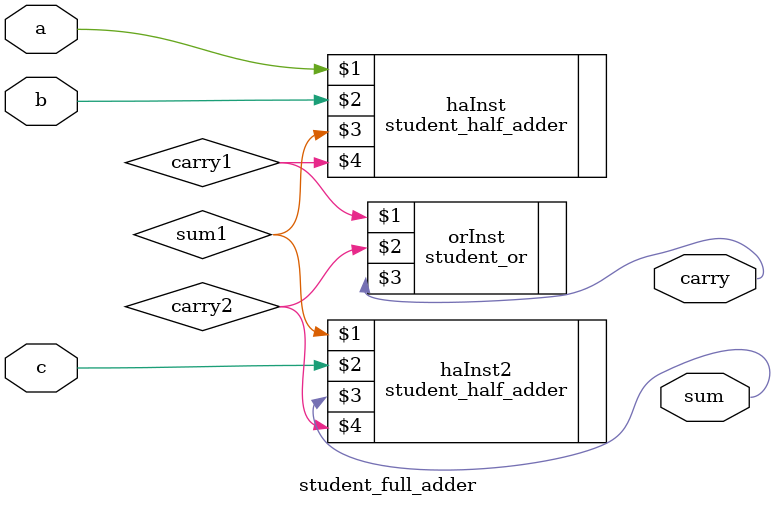
<source format=v>
module student_full_adder(input a, b, c, output sum, carry);
    // Details in the textbook.

    wire carry1, carry2, sum1;
    student_half_adder haInst(a, b, sum1,carry1);
    student_half_adder haInst2(sum1, c, sum, carry2);
    student_or orInst(carry1, carry2, carry);
    
endmodule
</source>
